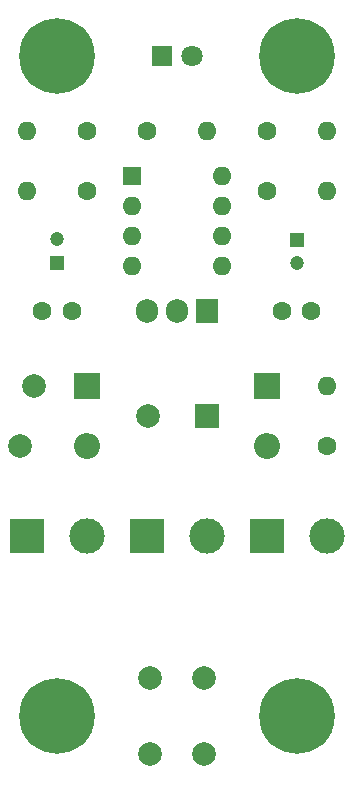
<source format=gbs>
%TF.GenerationSoftware,KiCad,Pcbnew,(5.1.9)-1*%
%TF.CreationDate,2021-08-06T17:42:55+02:00*%
%TF.ProjectId,Solenoid pulser,536f6c65-6e6f-4696-9420-70756c736572,V1.0*%
%TF.SameCoordinates,Original*%
%TF.FileFunction,Soldermask,Bot*%
%TF.FilePolarity,Negative*%
%FSLAX46Y46*%
G04 Gerber Fmt 4.6, Leading zero omitted, Abs format (unit mm)*
G04 Created by KiCad (PCBNEW (5.1.9)-1) date 2021-08-06 17:42:55*
%MOMM*%
%LPD*%
G01*
G04 APERTURE LIST*
%ADD10O,1.600000X1.600000*%
%ADD11C,1.600000*%
%ADD12O,2.200000X2.200000*%
%ADD13R,2.200000X2.200000*%
%ADD14O,1.905000X2.000000*%
%ADD15R,1.905000X2.000000*%
%ADD16C,0.800000*%
%ADD17C,6.400000*%
%ADD18C,2.010000*%
%ADD19C,3.000000*%
%ADD20R,3.000000X3.000000*%
%ADD21R,1.600000X1.600000*%
%ADD22C,2.000000*%
%ADD23C,1.800000*%
%ADD24R,1.800000X1.800000*%
%ADD25R,2.000000X2.000000*%
%ADD26C,1.200000*%
%ADD27R,1.200000X1.200000*%
G04 APERTURE END LIST*
D10*
X121920000Y-54610000D03*
D11*
X116840000Y-54610000D03*
D10*
X121920000Y-59690000D03*
D11*
X116840000Y-59690000D03*
D10*
X96520000Y-54610000D03*
D11*
X101600000Y-54610000D03*
D10*
X96520000Y-59690000D03*
D11*
X101600000Y-59690000D03*
D10*
X111760000Y-54610000D03*
D11*
X106680000Y-54610000D03*
D10*
X121920000Y-76200000D03*
D11*
X121920000Y-81280000D03*
D12*
X116840000Y-81280000D03*
D13*
X116840000Y-76200000D03*
D12*
X101600000Y-81280000D03*
D13*
X101600000Y-76200000D03*
D14*
X106680000Y-69850000D03*
X109220000Y-69850000D03*
D15*
X111760000Y-69850000D03*
D16*
X117682944Y-46562944D03*
X116980000Y-48260000D03*
X117682944Y-49957056D03*
X119380000Y-50660000D03*
X121077056Y-49957056D03*
X121780000Y-48260000D03*
X121077056Y-46562944D03*
X119380000Y-45860000D03*
D17*
X119380000Y-48260000D03*
D16*
X97362944Y-46562944D03*
X96660000Y-48260000D03*
X97362944Y-49957056D03*
X99060000Y-50660000D03*
X100757056Y-49957056D03*
X101460000Y-48260000D03*
X100757056Y-46562944D03*
X99060000Y-45860000D03*
D17*
X99060000Y-48260000D03*
D16*
X117682944Y-102442944D03*
X116980000Y-104140000D03*
X117682944Y-105837056D03*
X119380000Y-106540000D03*
X121077056Y-105837056D03*
X121780000Y-104140000D03*
X121077056Y-102442944D03*
X119380000Y-101740000D03*
D17*
X119380000Y-104140000D03*
D16*
X97362944Y-102442944D03*
X96660000Y-104140000D03*
X97362944Y-105837056D03*
X99060000Y-106540000D03*
X100757056Y-105837056D03*
X101460000Y-104140000D03*
X100757056Y-102442944D03*
X99060000Y-101740000D03*
D17*
X99060000Y-104140000D03*
D18*
X95955000Y-81300000D03*
X97155000Y-76200000D03*
D19*
X121920000Y-88900000D03*
D20*
X116840000Y-88900000D03*
D19*
X111760000Y-88900000D03*
D20*
X106680000Y-88900000D03*
D19*
X101600000Y-88900000D03*
D20*
X96520000Y-88900000D03*
D10*
X113030000Y-58420000D03*
X105410000Y-66040000D03*
X113030000Y-60960000D03*
X105410000Y-63500000D03*
X113030000Y-63500000D03*
X105410000Y-60960000D03*
X113030000Y-66040000D03*
D21*
X105410000Y-58420000D03*
D22*
X111470000Y-107390000D03*
X106970000Y-107390000D03*
X111470000Y-100890000D03*
X106970000Y-100890000D03*
D23*
X110490000Y-48260000D03*
D24*
X107950000Y-48260000D03*
D22*
X106760000Y-78740000D03*
D25*
X111760000Y-78740000D03*
D26*
X119380000Y-65797401D03*
D27*
X119380000Y-63797401D03*
D26*
X99060000Y-63742600D03*
D27*
X99060000Y-65742600D03*
D11*
X120610000Y-69850000D03*
X118110000Y-69850000D03*
X97830000Y-69850000D03*
X100330000Y-69850000D03*
M02*

</source>
